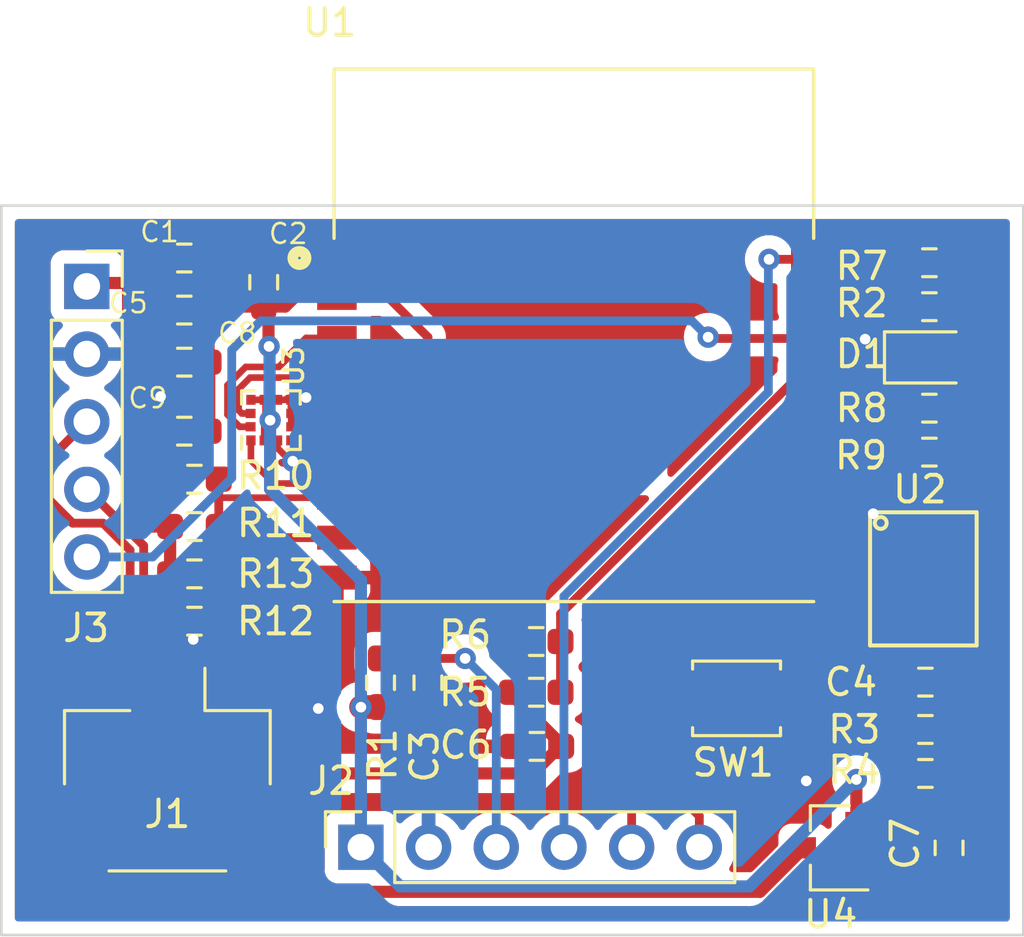
<source format=kicad_pcb>
(kicad_pcb (version 20210623) (generator pcbnew)
  (layers (0 "F.Cu" signal) (31 "B.Cu" signal) (34 "B.Paste" user) (35 "F.Paste" user) (36 "B.SilkS" user "B.Silkscreen") (37 "F.SilkS" user "F.Silkscreen") (38 "B.Mask" user) (39 "F.Mask" user) (44 "Edge.Cuts" user))
  (net 0 "")
  (net 1 "3.3V")
  (net 2 "GND")
  (net 3 "EN")
  (net 4 "Net-(D1-Pad2)")
  (net 5 "RXD")
  (net 6 "TXD")
  (net 7 "IO0")
  (net 8 "IO2")
  (net 9 "IO8")
  (net 10 "IO9")
  (net 11 "LED")
  (net 12 "SDA_AHT10")
  (net 13 "SCL_AHT10")
  (net 14 "ADC")
  (net 15 "INT")
  (net 16 "SDA")
  (net 17 "SCL")
  (net 18 "INT1")
  (net 19 "INT2")
  (net 21 "V_In")
  (footprint "Resistor_SMD:R_0603_1608Metric_Pad0.98x0.95mm_HandSolder" (layer "F.Cu") (at 75.692 90.424 180)
    (fp_text reference "R4" (at 2.667 0.127) (layer "F.SilkS"))
    (fp_text value "10k" hide)
    (fp_line (start -0.254724 0.5225) (end 0.254724 0.5225) (layer "F.SilkS") (width 0.12))
    (fp_line (start -0.254724 -0.5225) (end 0.254724 -0.5225) (layer "F.SilkS") (width 0.12))
    (pad "1" smd roundrect locked (at -0.9125 0 180) (size 0.975 0.95) (layers "F.Cu" "F.Paste" "F.Mask") (net 1 "3.3V"))
    (pad "2" smd roundrect locked (at 0.9125 0 180) (size 0.975 0.95) (layers "F.Cu" "F.Paste" "F.Mask") (net 13 "SCL_AHT10"))
  )
  (footprint "Package_TO_SOT_SMD:SOT-23" (layer "F.Cu") (at 72.136 93.218 180)
    (fp_text reference "U4" (at 0 -2.5 180) (layer "F.SilkS"))
    (fp_text value "HX6306")
    (fp_line (start 0.76 1.58) (end 0.76 0.65) (layer "F.SilkS") (width 0.12))
    (fp_line (start 0.76 -1.58) (end 0.76 -0.65) (layer "F.SilkS") (width 0.12))
    (fp_line (start 0.76 -1.58) (end -1.4 -1.58) (layer "F.SilkS") (width 0.12))
    (fp_line (start 0.76 1.58) (end -0.7 1.58) (layer "F.SilkS") (width 0.12))
    (pad "1" smd rect locked (at -1 -0.95 180) (size 0.9 0.8) (layers "F.Cu" "F.Paste" "F.Mask") (net 2 "GND"))
    (pad "2" smd rect locked (at -1 0.95 180) (size 0.9 0.8) (layers "F.Cu" "F.Paste" "F.Mask") (net 1 "3.3V"))
    (pad "3" smd rect locked (at 1 0 180) (size 0.9 0.8) (layers "F.Cu" "F.Paste" "F.Mask") (net 21 "V_In"))
  )
  (footprint "Resistor_SMD:R_0603_1608Metric_Pad0.98x0.95mm_HandSolder" (layer "F.Cu") (at 75.84249 72.898)
    (fp_text reference "R2" (at -2.54 -0.127) (layer "F.SilkS"))
    (fp_text value "10k" hide)
    (fp_line (start -0.254724 -0.5225) (end 0.254724 -0.5225) (layer "F.SilkS") (width 0.12))
    (fp_line (start -0.254724 0.5225) (end 0.254724 0.5225) (layer "F.SilkS") (width 0.12))
    (pad "1" smd roundrect locked (at -0.9125 0) (size 0.975 0.95) (layers "F.Cu" "F.Paste" "F.Mask") (net 11 "LED"))
    (pad "2" smd roundrect locked (at 0.9125 0) (size 0.975 0.95) (layers "F.Cu" "F.Paste" "F.Mask") (net 4 "Net-(D1-Pad2)"))
  )
  (footprint "Resistor_SMD:R_0603_1608Metric_Pad0.98x0.95mm_HandSolder" (layer "F.Cu") (at 48.26 84.709 180)
    (fp_text reference "R12" (at -3.048 0) (layer "F.SilkS"))
    (fp_text value "100k" hide)
    (fp_line (start -0.254724 0.5225) (end 0.254724 0.5225) (layer "F.SilkS") (width 0.12))
    (fp_line (start -0.254724 -0.5225) (end 0.254724 -0.5225) (layer "F.SilkS") (width 0.12))
    (pad "1" smd roundrect locked (at -0.9125 0 180) (size 0.975 0.95) (layers "F.Cu" "F.Paste" "F.Mask") (net 10 "IO9"))
    (pad "2" smd roundrect locked (at 0.9125 0 180) (size 0.975 0.95) (layers "F.Cu" "F.Paste" "F.Mask") (net 2 "GND"))
  )
  (footprint "Resistor_SMD:R_0603_1608Metric_Pad0.98x0.95mm_HandSolder" (layer "F.Cu") (at 47.879 73.025 180)
    (fp_text reference "C5" (at 2.099 0.262) (layer "F.SilkS") (effects (font (size 0.746 0.746) (thickness 0.0992))))
    (fp_text value "10uF" hide)
    (fp_line (start -0.254724 -0.5225) (end 0.254724 -0.5225) (layer "F.SilkS") (width 0.12))
    (fp_line (start -0.254724 0.5225) (end 0.254724 0.5225) (layer "F.SilkS") (width 0.12))
    (pad "1" smd roundrect locked (at -0.9125 0 180) (size 0.975 0.95) (layers "F.Cu" "F.Paste" "F.Mask") (net 1 "3.3V"))
    (pad "2" smd roundrect locked (at 0.9125 0 180) (size 0.975 0.95) (layers "F.Cu" "F.Paste" "F.Mask") (net 2 "GND"))
  )
  (footprint "Resistor_SMD:R_0603_1608Metric_Pad0.98x0.95mm_HandSolder" (layer "F.Cu") (at 55.245 87.0185 90)
    (fp_text reference "R1" (at -2.6943 0.0762 270) (layer "F.SilkS"))
    (fp_text value "12k" hide)
    (fp_line (start -0.254724 0.5225) (end 0.254724 0.5225) (layer "F.SilkS") (width 0.12))
    (fp_line (start -0.254724 -0.5225) (end 0.254724 -0.5225) (layer "F.SilkS") (width 0.12))
    (pad "1" smd roundrect locked (at -0.9125 0 90) (size 0.975 0.95) (layers "F.Cu" "F.Paste" "F.Mask") (net 1 "3.3V"))
    (pad "2" smd roundrect locked (at 0.9125 0 90) (size 0.975 0.95) (layers "F.Cu" "F.Paste" "F.Mask") (net 3 "EN"))
  )
  (footprint "Resistor_SMD:R_0603_1608Metric_Pad0.98x0.95mm_HandSolder" (layer "F.Cu") (at 75.842495 76.708)
    (fp_text reference "R8" (at -2.54 0) (layer "F.SilkS"))
    (fp_text value "100k" hide)
    (fp_line (start -0.254724 -0.5225) (end 0.254724 -0.5225) (layer "F.SilkS") (width 0.12))
    (fp_line (start -0.254724 0.5225) (end 0.254724 0.5225) (layer "F.SilkS") (width 0.12))
    (pad "1" smd roundrect locked (at -0.9125 0) (size 0.975 0.95) (layers "F.Cu" "F.Paste" "F.Mask") (net 8 "IO2"))
    (pad "2" smd roundrect locked (at 0.9125 0) (size 0.975 0.95) (layers "F.Cu" "F.Paste" "F.Mask") (net 2 "GND"))
  )
  (footprint "Resistor_SMD:R_0603_1608Metric_Pad0.98x0.95mm_HandSolder" (layer "F.Cu") (at 50.86 71.98 90)
    (fp_text reference "C2" (at 1.82 0.92 180) (layer "F.SilkS") (effects (font (size 0.746 0.746) (thickness 0.0992))))
    (fp_text value "0.1uF" hide)
    (fp_line (start -0.254724 -0.5225) (end 0.254724 -0.5225) (layer "F.SilkS") (width 0.12))
    (fp_line (start -0.254724 0.5225) (end 0.254724 0.5225) (layer "F.SilkS") (width 0.12))
    (pad "1" smd roundrect locked (at -0.9125 0 90) (size 0.975 0.95) (layers "F.Cu" "F.Paste" "F.Mask") (net 1 "3.3V"))
    (pad "2" smd roundrect locked (at 0.9125 0 90) (size 0.975 0.95) (layers "F.Cu" "F.Paste" "F.Mask") (net 2 "GND"))
  )
  (footprint "Resistor_SMD:R_0603_1608Metric_Pad0.98x0.95mm_HandSolder" (layer "F.Cu") (at 75.84249 71.247)
    (fp_text reference "R7" (at -2.54 0.127) (layer "F.SilkS"))
    (fp_text value "5.1k" hide)
    (fp_line (start -0.254724 -0.5225) (end 0.254724 -0.5225) (layer "F.SilkS") (width 0.12))
    (fp_line (start -0.254724 0.5225) (end 0.254724 0.5225) (layer "F.SilkS") (width 0.12))
    (pad "1" smd roundrect locked (at -0.9125 0) (size 0.975 0.95) (layers "F.Cu" "F.Paste" "F.Mask") (net 7 "IO0"))
    (pad "2" smd roundrect locked (at 0.9125 0) (size 0.975 0.95) (layers "F.Cu" "F.Paste" "F.Mask") (net 1 "3.3V"))
  )
  (footprint "LED_SMD:LED_0805_2012Metric" (layer "F.Cu") (at 75.84249 74.803)
    (fp_text reference "D1" (at -2.54 -0.127) (layer "F.SilkS"))
    (fp_text value "LED_RED" hide)
    (fp_line (start -1.685 -0.96) (end -1.685 0.96) (layer "F.SilkS") (width 0.12))
    (fp_line (start 1 -0.96) (end -1.685 -0.96) (layer "F.SilkS") (width 0.12))
    (fp_line (start -1.685 0.96) (end 1 0.96) (layer "F.SilkS") (width 0.12))
    (pad "1" smd roundrect locked (at -0.9375 0) (size 0.975 1.4) (layers "F.Cu" "F.Paste" "F.Mask") (net 2 "GND"))
    (pad "2" smd roundrect locked (at 0.9375 0) (size 0.975 1.4) (layers "F.Cu" "F.Paste" "F.Mask") (net 4 "Net-(D1-Pad2)"))
  )
  (footprint "Resistor_SMD:R_0603_1608Metric_Pad0.98x0.95mm_HandSolder" (layer "F.Cu") (at 75.692 86.995)
    (fp_text reference "C4" (at -2.794 0) (layer "F.SilkS"))
    (fp_text value "100nF" hide)
    (fp_line (start -0.254724 0.5225) (end 0.254724 0.5225) (layer "F.SilkS") (width 0.12))
    (fp_line (start -0.254724 -0.5225) (end 0.254724 -0.5225) (layer "F.SilkS") (width 0.12))
    (pad "1" smd roundrect locked (at -0.9125 0) (size 0.975 0.95) (layers "F.Cu" "F.Paste" "F.Mask") (net 1 "3.3V"))
    (pad "2" smd roundrect locked (at 0.9125 0) (size 0.975 0.95) (layers "F.Cu" "F.Paste" "F.Mask") (net 2 "GND"))
  )
  (footprint "Resistor_SMD:R_0603_1608Metric_Pad0.98x0.95mm_HandSolder" (layer "F.Cu") (at 47.879 71.069987 180)
    (fp_text reference "C1" (at 0.929 0.979987) (layer "F.SilkS") (effects (font (size 0.746 0.746) (thickness 0.0992))))
    (fp_text value "10uF" hide)
    (fp_line (start -0.254724 -0.5225) (end 0.254724 -0.5225) (layer "F.SilkS") (width 0.12))
    (fp_line (start -0.254724 0.5225) (end 0.254724 0.5225) (layer "F.SilkS") (width 0.12))
    (pad "1" smd roundrect locked (at -0.9125 0 180) (size 0.975 0.95) (layers "F.Cu" "F.Paste" "F.Mask") (net 1 "3.3V"))
    (pad "2" smd roundrect locked (at 0.9125 0 180) (size 0.975 0.95) (layers "F.Cu" "F.Paste" "F.Mask") (net 2 "GND"))
  )
  (footprint "Resistor_SMD:R_0603_1608Metric_Pad0.98x0.95mm_HandSolder" (layer "F.Cu") (at 48.26 81.153 180)
    (fp_text reference "R11" (at -3.048 0.127) (layer "F.SilkS"))
    (fp_text value "100k" hide)
    (fp_line (start -0.254724 -0.5225) (end 0.254724 -0.5225) (layer "F.SilkS") (width 0.12))
    (fp_line (start -0.254724 0.5225) (end 0.254724 0.5225) (layer "F.SilkS") (width 0.12))
    (pad "1" smd roundrect locked (at -0.9125 0 180) (size 0.975 0.95) (layers "F.Cu" "F.Paste" "F.Mask") (net 9 "IO8"))
    (pad "2" smd roundrect locked (at 0.9125 0 180) (size 0.975 0.95) (layers "F.Cu" "F.Paste" "F.Mask") (net 1 "3.3V"))
  )
  (footprint "Resistor_SMD:R_0603_1608Metric_Pad0.98x0.95mm_HandSolder" (layer "F.Cu") (at 75.692 88.773 180)
    (fp_text reference "R3" (at 2.667 0) (layer "F.SilkS"))
    (fp_text value "10k" hide)
    (fp_line (start -0.254724 0.5225) (end 0.254724 0.5225) (layer "F.SilkS") (width 0.12))
    (fp_line (start -0.254724 -0.5225) (end 0.254724 -0.5225) (layer "F.SilkS") (width 0.12))
    (pad "1" smd roundrect locked (at -0.9125 0 180) (size 0.975 0.95) (layers "F.Cu" "F.Paste" "F.Mask") (net 1 "3.3V"))
    (pad "2" smd roundrect locked (at 0.9125 0 180) (size 0.975 0.95) (layers "F.Cu" "F.Paste" "F.Mask") (net 12 "SDA_AHT10"))
  )
  (footprint "Resistor_SMD:R_0603_1608Metric_Pad0.98x0.95mm_HandSolder" (layer "F.Cu") (at 61.087 87.376)
    (fp_text reference "R5" (at -2.667 0) (layer "F.SilkS"))
    (fp_text value "100k" hide)
    (fp_line (start -0.254724 -0.5225) (end 0.254724 -0.5225) (layer "F.SilkS") (width 0.12))
    (fp_line (start -0.254724 0.5225) (end 0.254724 0.5225) (layer "F.SilkS") (width 0.12))
    (pad "1" smd roundrect locked (at -0.9125 0) (size 0.975 0.95) (layers "F.Cu" "F.Paste" "F.Mask") (net 21 "V_In"))
    (pad "2" smd roundrect locked (at 0.9125 0) (size 0.975 0.95) (layers "F.Cu" "F.Paste" "F.Mask") (net 14 "ADC"))
  )
  (footprint "Library:ESP32-C3-WROOM-02" (layer "F.Cu") (at 63.5 76.2)
    (fp_text reference "U1" (at -10.16 -13.97 unlocked) (layer "F.SilkS"))
    (fp_text value "ESP32-C3-WROOM-02" hide)
    (fp_line (start 8 -12.23) (end 8 -5.87) (layer "F.SilkS") (width 0.127))
    (fp_line (start -10 7.77) (end 8 7.77) (layer "F.SilkS") (width 0.127))
    (fp_line (start -10 -12.23) (end -10 -5.87) (layer "F.SilkS") (width 0.127))
    (fp_line (start -10 -12.23) (end 8 -12.23) (layer "F.SilkS") (width 0.127))
    (fp_circle (center -11.3 -5.13) (end -11.25 -5.13) (layer "F.SilkS") (width 0.4) (fill none))
    (pad "1" smd rect (at -9.8925 -5.13) (size 1.485 0.9) (layers "F.Cu" "F.Mask") (net 1 "3.3V"))
    (pad "2" smd rect (at -9.8925 -3.63) (size 1.485 0.9) (layers "F.Cu" "F.Mask") (net 3 "EN"))
    (pad "3" smd rect (at -9.8925 -2.13) (size 1.485 0.9) (layers "F.Cu" "F.Mask") (net 18 "INT1"))
    (pad "4" smd rect (at -9.8925 -0.63) (size 1.485 0.9) (layers "F.Cu" "F.Mask") (net 19 "INT2"))
    (pad "5" smd rect (at -9.8925 0.87) (size 1.485 0.9) (layers "F.Cu" "F.Mask") (net 16 "SDA"))
    (pad "6" smd rect (at -9.8925 2.37) (size 1.485 0.9) (layers "F.Cu" "F.Mask") (net 17 "SCL"))
    (pad "7" smd rect (at -9.8925 3.87) (size 1.485 0.9) (layers "F.Cu" "F.Mask") (net 9 "IO8"))
    (pad "8" smd rect (at -9.8925 5.37) (size 1.485 0.9) (layers "F.Cu" "F.Mask") (net 10 "IO9"))
    (pad "9" smd rect (at -9.8925 6.87) (size 1.485 0.9) (layers "F.Cu" "F.Mask") (net 2 "GND"))
    (pad "10" smd rect (at 7.8925 6.87) (size 1.485 0.9) (layers "F.Cu" "F.Mask") (net 15 "INT"))
    (pad "11" smd rect (at 7.8925 5.37) (size 1.485 0.9) (layers "F.Cu" "F.Mask") (net 5 "RXD"))
    (pad "12" smd rect (at 7.8925 3.87) (size 1.485 0.9) (layers "F.Cu" "F.Mask") (net 6 "TXD"))
    (pad "13" smd rect (at 7.8925 2.37) (size 1.485 0.9) (layers "F.Cu" "F.Mask") (net 13 "SCL_AHT10"))
    (pad "14" smd rect (at 7.8925 0.87) (size 1.485 0.9) (layers "F.Cu" "F.Mask") (net 12 "SDA_AHT10"))
    (pad "15" smd rect (at 7.8925 -0.63) (size 1.485 0.9) (layers "F.Cu" "F.Mask") (net 14 "ADC"))
    (pad "16" smd rect (at 7.8925 -2.13) (size 1.485 0.9) (layers "F.Cu" "F.Mask") (net 8 "IO2"))
    (pad "17" smd rect (at 7.8925 -3.63) (size 1.485 0.9) (layers "F.Cu" "F.Mask") (net 11 "LED"))
    (pad "18" smd rect (at 7.8925 -5.13) (size 1.485 0.9) (layers "F.Cu" "F.Mask") (net 7 "IO0"))
    (pad "19" smd rect (at 0 1.27) (size 4 4) (layers "F.Cu" "F.Mask") (net 2 "GND"))
  )
  (footprint "Package_LGA:LGA-12_2x2mm_P0.5mm" (layer "F.Cu") (at 51.129997 77.156996 90)
    (fp_text reference "U3" (at 2.03 0.85 90) (layer "F.SilkS") (effects (font (size 0.746 0.746) (thickness 0.1246))))
    (fp_text value "LIS2DH")
    (fp_line (start -1.1 1.1) (end -1.1 0.6) (layer "F.SilkS") (width 0.12))
    (fp_line (start 1.1 -0.6) (end 1.1 -0.6) (layer "F.SilkS") (width 0.12))
    (fp_line (start 1.1 1.1) (end 0.6 1.1) (layer "F.SilkS") (width 0.12))
    (fp_line (start -1.1 -1.1) (end -1.1 -1.1) (layer "F.SilkS") (width 0.12))
    (fp_line (start 1.1 0.6) (end 1.1 1.1) (layer "F.SilkS") (width 0.12))
    (fp_line (start 1.1 -1.1) (end 1.1 -0.6) (layer "F.SilkS") (width 0.12))
    (fp_line (start -0.6 -1.1) (end -1.1 -1.1) (layer "F.SilkS") (width 0.12))
    (fp_line (start 0.6 -1.1) (end 1.1 -1.1) (layer "F.SilkS") (width 0.12))
    (fp_line (start -1.1 0.6) (end -1.1 0.6) (layer "F.SilkS") (width 0.12))
    (fp_line (start 0.6 1.1) (end 0.6 1.1) (layer "F.SilkS") (width 0.12))
    (fp_line (start -0.6 1.1) (end -1.1 1.1) (layer "F.SilkS") (width 0.12))
    (pad "1" smd rect locked (at -0.7625 -0.75 90) (size 0.375 0.35) (layers "F.Cu" "F.Paste" "F.Mask") (net 17 "SCL"))
    (pad "2" smd rect locked (at -0.7625 -0.25 90) (size 0.375 0.35) (layers "F.Cu" "F.Paste" "F.Mask") (net 1 "3.3V"))
    (pad "3" smd rect locked (at -0.7625 0.25 90) (size 0.375 0.35) (layers "F.Cu" "F.Paste" "F.Mask") (net 2 "GND"))
    (pad "4" smd rect locked (at -0.7625 0.75 90) (size 0.375 0.35) (layers "F.Cu" "F.Paste" "F.Mask") (net 16 "SDA"))
    (pad "5" smd rect locked (at -0.25 0.7625 180) (size 0.375 0.35) (layers "F.Cu" "F.Paste" "F.Mask") (net 2 "GND"))
    (pad "6" smd rect locked (at 0.25 0.7625 180) (size 0.375 0.35) (layers "F.Cu" "F.Paste" "F.Mask") (net 2 "GND"))
    (pad "7" smd rect locked (at 0.7625 0.75 90) (size 0.375 0.35) (layers "F.Cu" "F.Paste" "F.Mask") (net 2 "GND"))
    (pad "8" smd rect locked (at 0.7625 0.25 90) (size 0.375 0.35) (layers "F.Cu" "F.Paste" "F.Mask") (net 2 "GND"))
    (pad "9" smd rect locked (at 0.7625 -0.25 90) (size 0.375 0.35) (layers "F.Cu" "F.Paste" "F.Mask") (net 1 "3.3V"))
    (pad "10" smd rect locked (at 0.7625 -0.75 90) (size 0.375 0.35) (layers "F.Cu" "F.Paste" "F.Mask") (net 1 "3.3V"))
    (pad "11" smd rect locked (at 0.25 -0.7625 180) (size 0.375 0.35) (layers "F.Cu" "F.Paste" "F.Mask") (net 19 "INT2"))
    (pad "12" smd rect locked (at -0.25 -0.7625 180) (size 0.375 0.35) (layers "F.Cu" "F.Paste" "F.Mask") (net 18 "INT1"))
  )
  (footprint "Resistor_SMD:R_0603_1608Metric_Pad0.98x0.95mm_HandSolder" (layer "F.Cu") (at 76.581 93.218 -90)
    (fp_text reference "C7" (at -0.1505 1.651 90) (layer "F.SilkS"))
    (fp_text value "1uF" hide)
    (fp_line (start -0.254724 -0.5225) (end 0.254724 -0.5225) (layer "F.SilkS") (width 0.12))
    (fp_line (start -0.254724 0.5225) (end 0.254724 0.5225) (layer "F.SilkS") (width 0.12))
    (pad "1" smd roundrect locked (at -0.9125 0 270) (size 0.975 0.95) (layers "F.Cu" "F.Paste" "F.Mask") (net 1 "3.3V"))
    (pad "2" smd roundrect locked (at 0.9125 0 270) (size 0.975 0.95) (layers "F.Cu" "F.Paste" "F.Mask") (net 2 "GND"))
  )
  (footprint "Resistor_SMD:R_0603_1608Metric_Pad0.98x0.95mm_HandSolder" (layer "F.Cu") (at 48.26 79.375 180)
    (fp_text reference "R10" (at -3.048 0.127) (layer "F.SilkS"))
    (fp_text value "100k" hide)
    (fp_line (start -0.254724 -0.5225) (end 0.254724 -0.5225) (layer "F.SilkS") (width 0.12))
    (fp_line (start -0.254724 0.5225) (end 0.254724 0.5225) (layer "F.SilkS") (width 0.12))
    (pad "1" smd roundrect locked (at -0.9125 0 180) (size 0.975 0.95) (layers "F.Cu" "F.Paste" "F.Mask") (net 9 "IO8"))
    (pad "2" smd roundrect locked (at 0.9125 0 180) (size 0.975 0.95) (layers "F.Cu" "F.Paste" "F.Mask") (net 2 "GND"))
  )
  (footprint "Resistor_SMD:R_0603_1608Metric_Pad0.98x0.95mm_HandSolder" (layer "F.Cu") (at 47.879 74.9808 180)
    (fp_text reference "C8" (at -1.991 1.0948) (layer "F.SilkS") (effects (font (size 0.746 0.746) (thickness 0.0992))))
    (fp_text value "0.1uF" hide)
    (fp_line (start -0.254724 -0.5225) (end 0.254724 -0.5225) (layer "F.SilkS") (width 0.12))
    (fp_line (start -0.254724 0.5225) (end 0.254724 0.5225) (layer "F.SilkS") (width 0.12))
    (pad "1" smd roundrect locked (at -0.9125 0 180) (size 0.975 0.95) (layers "F.Cu" "F.Paste" "F.Mask") (net 1 "3.3V"))
    (pad "2" smd roundrect locked (at 0.9125 0 180) (size 0.975 0.95) (layers "F.Cu" "F.Paste" "F.Mask") (net 2 "GND"))
  )
  (footprint "Resistor_SMD:R_0603_1608Metric_Pad0.98x0.95mm_HandSolder" (layer "F.Cu") (at 75.842495 78.359)
    (fp_text reference "R9" (at -2.5635 0.127) (layer "F.SilkS"))
    (fp_text value "100k" hide)
    (fp_line (start -0.254724 -0.5225) (end 0.254724 -0.5225) (layer "F.SilkS") (width 0.12))
    (fp_line (start -0.254724 0.5225) (end 0.254724 0.5225) (layer "F.SilkS") (width 0.12))
    (pad "1" smd roundrect locked (at -0.9125 0) (size 0.975 0.95) (layers "F.Cu" "F.Paste" "F.Mask") (net 8 "IO2"))
    (pad "2" smd roundrect locked (at 0.9125 0) (size 0.975 0.95) (layers "F.Cu" "F.Paste" "F.Mask") (net 1 "3.3V"))
  )
  (footprint "Resistor_SMD:R_0603_1608Metric_Pad0.98x0.95mm_HandSolder" (layer "F.Cu") (at 61.1105 89.408 180)
    (fp_text reference "C6" (at 2.6651 0.0508) (layer "F.SilkS"))
    (fp_text value "1uF" hide)
    (fp_line (start -0.254724 -0.5225) (end 0.254724 -0.5225) (layer "F.SilkS") (width 0.12))
    (fp_line (start -0.254724 0.5225) (end 0.254724 0.5225) (layer "F.SilkS") (width 0.12))
    (pad "1" smd roundrect locked (at -0.9125 0 180) (size 0.975 0.95) (layers "F.Cu" "F.Paste" "F.Mask") (net 21 "V_In"))
    (pad "2" smd roundrect locked (at 0.9125 0 180) (size 0.975 0.95) (layers "F.Cu" "F.Paste" "F.Mask") (net 2 "GND"))
  )
  (footprint "Connector_PinSocket_2.54mm:PinSocket_1x05_P2.54mm_Vertical" (layer "F.Cu") (at 44.221 72.136)
    (fp_text reference "J3" (at -0.025 12.827) (layer "F.SilkS"))
    (fp_text value "Conn_01x05" hide)
    (fp_line (start -1.33 1.27) (end 1.33 1.27) (layer "F.SilkS") (width 0.12))
    (fp_line (start 1.33 -1.33) (end 1.33 0) (layer "F.SilkS") (width 0.12))
    (fp_line (start 1.33 1.27) (end 1.33 11.49) (layer "F.SilkS") (width 0.12))
    (fp_line (start -1.33 1.27) (end -1.33 11.49) (layer "F.SilkS") (width 0.12))
    (fp_line (start 0 -1.33) (end 1.33 -1.33) (layer "F.SilkS") (width 0.12))
    (fp_line (start -1.33 11.49) (end 1.33 11.49) (layer "F.SilkS") (width 0.12))
    (pad "1" thru_hole rect locked (at 0 0) (size 1.7 1.7) (drill 1) (layers *.Cu *.Mask) (net 1 "3.3V"))
    (pad "2" thru_hole oval locked (at 0 2.54) (size 1.7 1.7) (drill 1) (layers *.Cu *.Mask) (net 2 "GND"))
    (pad "3" thru_hole oval locked (at 0 5.08) (size 1.7 1.7) (drill 1) (layers *.Cu *.Mask) (net 10 "IO9"))
    (pad "4" thru_hole oval locked (at 0 7.62) (size 1.7 1.7) (drill 1) (layers *.Cu *.Mask) (net 9 "IO8"))
    (pad "5" thru_hole oval locked (at 0 10.16) (size 1.7 1.7) (drill 1) (layers *.Cu *.Mask) (net 8 "IO2"))
  )
  (footprint "Resistor_SMD:R_0603_1608Metric_Pad0.98x0.95mm_HandSolder" (layer "F.Cu") (at 57.023 87.0185 -90)
    (fp_text reference "C3" (at 2.7705 0.127 90) (layer "F.SilkS"))
    (fp_text value "10uF" hide)
    (fp_line (start -0.254724 0.5225) (end 0.254724 0.5225) (layer "F.SilkS") (width 0.12))
    (fp_line (start -0.254724 -0.5225) (end 0.254724 -0.5225) (layer "F.SilkS") (width 0.12))
    (pad "1" smd roundrect locked (at -0.9125 0 270) (size 0.975 0.95) (layers "F.Cu" "F.Paste" "F.Mask") (net 3 "EN"))
    (pad "2" smd roundrect locked (at 0.9125 0 270) (size 0.975 0.95) (layers "F.Cu" "F.Paste" "F.Mask") (net 2 "GND"))
  )
  (footprint "Resistor_SMD:R_0603_1608Metric_Pad0.98x0.95mm_HandSolder" (layer "F.Cu") (at 61.087 85.471 180)
    (fp_text reference "R6" (at 2.667 0.254) (layer "F.SilkS"))
    (fp_text value "200k" hide)
    (fp_line (start -0.254724 -0.5225) (end 0.254724 -0.5225) (layer "F.SilkS") (width 0.12))
    (fp_line (start -0.254724 0.5225) (end 0.254724 0.5225) (layer "F.SilkS") (width 0.12))
    (pad "1" smd roundrect locked (at -0.9125 0 180) (size 0.975 0.95) (layers "F.Cu" "F.Paste" "F.Mask") (net 14 "ADC"))
    (pad "2" smd roundrect locked (at 0.9125 0 180) (size 0.975 0.95) (layers "F.Cu" "F.Paste" "F.Mask") (net 2 "GND"))
  )
  (footprint "Connector_PinSocket_2.54mm:PinSocket_1x06_P2.54mm_Vertical" (layer "F.Cu") (at 54.508 93.193 90)
    (fp_text reference "J2" (at 2.4896 -1.1172 180) (layer "F.SilkS"))
    (fp_text value "Conn_01x06" hide)
    (fp_line (start 1.33 -1.33) (end 1.33 0) (layer "F.SilkS") (width 0.12))
    (fp_line (start 1.33 1.27) (end 1.33 14.03) (layer "F.SilkS") (width 0.12))
    (fp_line (start 0 -1.33) (end 1.33 -1.33) (layer "F.SilkS") (width 0.12))
    (fp_line (start -1.33 1.27) (end -1.33 14.03) (layer "F.SilkS") (width 0.12))
    (fp_line (start -1.33 14.03) (end 1.33 14.03) (layer "F.SilkS") (width 0.12))
    (fp_line (start -1.33 1.27) (end 1.33 1.27) (layer "F.SilkS") (width 0.12))
    (pad "1" thru_hole rect locked (at 0 0 90) (size 1.7 1.7) (drill 1) (layers *.Cu *.Mask) (net 1 "3.3V"))
    (pad "2" thru_hole oval locked (at 0 2.54 90) (size 1.7 1.7) (drill 1) (layers *.Cu *.Mask) (net 2 "GND"))
    (pad "3" thru_hole oval locked (at 0 5.08 90) (size 1.7 1.7) (drill 1) (layers *.Cu *.Mask) (net 3 "EN"))
    (pad "4" thru_hole oval locked (at 0 7.62 90) (size 1.7 1.7) (drill 1) (layers *.Cu *.Mask) (net 7 "IO0"))
    (pad "5" thru_hole oval locked (at 0 10.16 90) (size 1.7 1.7) (drill 1) (layers *.Cu *.Mask) (net 6 "TXD"))
    (pad "6" thru_hole oval locked (at 0 12.7 90) (size 1.7 1.7) (drill 1) (layers *.Cu *.Mask) (net 5 "RXD"))
  )
  (footprint "Resistor_SMD:R_0603_1608Metric_Pad0.98x0.95mm_HandSolder" (layer "F.Cu") (at 47.879 77.5716 180)
    (fp_text reference "C9" (at 1.372495 1.2416) (layer "F.SilkS") (effects (font (size 0.746 0.746) (thickness 0.0992))))
    (fp_text value "0.1uF" hide)
    (fp_line (start -0.254724 0.5225) (end 0.254724 0.5225) (layer "F.SilkS") (width 0.12))
    (fp_line (start -0.254724 -0.5225) (end 0.254724 -0.5225) (layer "F.SilkS") (width 0.12))
    (pad "1" smd roundrect locked (at -0.9125 0 180) (size 0.975 0.95) (layers "F.Cu" "F.Paste" "F.Mask") (net 1 "3.3V"))
    (pad "2" smd roundrect locked (at 0.9125 0 180) (size 0.975 0.95) (layers "F.Cu" "F.Paste" "F.Mask") (net 2 "GND"))
  )
  (footprint "Connector_JST:JST_ZE_BM02B-ZESS-TBT_1x02-1MP_P1.50mm_Vertical" (layer "F.Cu") (at 47.244 90.424 180)
    (fp_text reference "J1" (at 0 -1.524) (layer "F.SilkS"))
    (fp_text value "A1501WR-S-2P" hide)
    (fp_line (start -2.19 -3.66) (end 2.19 -3.66) (layer "F.SilkS") (width 0.12))
    (fp_line (start -3.86 2.36) (end -1.41 2.36) (layer "F.SilkS") (width 0.12))
    (fp_line (start -1.41 2.36) (end -1.41 3.95) (layer "F.SilkS") (width 0.12))
    (fp_line (start 3.86 2.36) (end 1.41 2.36) (layer "F.SilkS") (width 0.12))
    (fp_line (start -3.86 -0.39) (end -3.86 2.36) (layer "F.SilkS") (width 0.12))
    (fp_line (start 3.86 -0.39) (end 3.86 2.36) (layer "F.SilkS") (width 0.12))
    (pad "1" smd roundrect locked (at -0.75 2.75 180) (size 0.8 2.4) (layers "F.Cu" "F.Paste" "F.Mask") (net 21 "V_In"))
    (pad "2" smd roundrect locked (at 0.75 2.75 180) (size 0.8 2.4) (layers "F.Cu" "F.Paste" "F.Mask") (net 2 "GND"))
    (pad "MP" smd roundrect locked (at -3.35 -2.3 180) (size 1.8 3.3) (layers "F.Cu" "F.Paste" "F.Mask") (roundrect_rratio 0.138889))
    (pad "MP" smd roundrect locked (at 3.35 -2.3 180) (size 1.8 3.3) (layers "F.Cu" "F.Paste" "F.Mask") (roundrect_rratio 0.138889))
  )
  (footprint "Resistor_SMD:R_0603_1608Metric_Pad0.98x0.95mm_HandSolder" (layer "F.Cu") (at 48.26 82.931 180)
    (fp_text reference "R13" (at -3.048 0) (layer "F.SilkS"))
    (fp_text value "100k" hide)
    (fp_line (start -0.254724 0.5225) (end 0.254724 0.5225) (layer "F.SilkS") (width 0.12))
    (fp_line (start -0.254724 -0.5225) (end 0.254724 -0.5225) (layer "F.SilkS") (width 0.12))
    (pad "1" smd roundrect locked (at -0.9125 0 180) (size 0.975 0.95) (layers "F.Cu" "F.Paste" "F.Mask") (net 10 "IO9"))
    (pad "2" smd roundrect locked (at 0.9125 0 180) (size 0.975 0.95) (layers "F.Cu" "F.Paste" "F.Mask") (net 1 "3.3V"))
  )
  (footprint "Library:AHT10" (layer "F.Cu") (at 75.946 83.058)
    (fp_text reference "U2" (at -0.46101 -3.302 unlocked) (layer "F.SilkS"))
    (fp_text value "AHT10" hide)
    (fp_line (start -2.33 2.56) (end -2.33 -2.44) (layer "F.SilkS") (width 0.15))
    (fp_line (start -2.33 -2.44) (end 1.67 -2.44) (layer "F.SilkS") (width 0.15))
    (fp_line (start 1.67 -2.44) (end 1.67 2.56) (layer "F.SilkS") (width 0.15))
    (fp_line (start 1.67 2.56) (end -2.33 2.56) (layer "F.SilkS") (width 0.15))
    (fp_circle (center -1.93 -2.04) (end -1.73 -1.94) (layer "F.SilkS") (width 0.15) (fill none))
    (pad "1" smd oval (at -1.93 -1.21) (size 1.5 0.65) (layers "F.Cu" "F.Paste" "F.Mask") (net 2 "GND"))
    (pad "2" smd rect (at -1.93 0.06) (size 1.5 0.65) (layers "F.Cu" "F.Paste" "F.Mask") (net 12 "SDA_AHT10"))
    (pad "3" smd rect (at -1.93 1.33) (size 1.5 0.65) (layers "F.Cu" "F.Paste" "F.Mask") (net 13 "SCL_AHT10"))
    (pad "4" smd rect (at 1.27 1.33) (size 1.5 0.65) (layers "F.Cu" "F.Paste" "F.Mask") (net 1 "3.3V"))
    (pad "5" smd rect (at 1.27 0.06) (size 1.5 0.65) (layers "F.Cu" "F.Paste" "F.Mask") (net 2 "GND"))
    (pad "6" smd rect (at 1.27 -1.21) (size 1.5 0.65) (layers "F.Cu" "F.Paste" "F.Mask"))
  )
  (footprint "Library:SW-SMD_2PIN-L4.05-W3.00-L" (layer "F.Cu") (at 68.6054 87.6046)
    (fp_text reference "SW1" (at -0.127 2.413) (layer "F.SilkS"))
    (fp_text value "wake up" hide)
    (fp_line (start 1.65 1.4) (end 1.65 1.1) (layer "F.SilkS") (width 0.12))
    (fp_line (start -1.65 -1.1) (end -1.65 -1.4) (layer "F.SilkS") (width 0.12))
    (fp_line (start -1.65 1.4) (end 1.65 1.4) (layer "F.SilkS") (width 0.12))
    (fp_line (start -1.65 1.1) (end -1.65 1.4) (layer "F.SilkS") (width 0.12))
    (fp_line (start -1.65 -1.4) (end 1.65 -1.4) (layer "F.SilkS") (width 0.12))
    (fp_line (start 1.65 -1.4) (end 1.65 -1.1) (layer "F.SilkS") (width 0.12))
    (pad "1" smd rect (at -2.2 0) (size 2.2 1.7) (layers "F.Cu" "F.Paste" "F.Mask") (net 2 "GND"))
    (pad "2" smd rect (at 2.2 0) (size 2.2 1.7) (layers "F.Cu" "F.Paste" "F.Mask" "Dwgs.User") (net 15 "INT"))
  )
  (gr_rect (start 41.013 69.1012) (end 79.367 96.49) (layer "Edge.Cuts") (width 0.1) (fill none))
  (segment (start 76.604495 88.773) (end 76.604495 90.424) (width 0.4572) (layer "F.Cu") (net 1))
  (segment (start 74.779505 86.82449) (end 74.77951 86.82449) (width 0.4572) (layer "F.Cu") (net 1))
  (segment (start 75.946 85.8285) (end 74.7795 86.995) (width 0.4572) (layer "F.Cu") (net 1))
  (segment (start 76.6045 92.282) (end 76.581 92.3055) (width 0.25) (layer "F.Cu") (net 1))
  (segment (start 76.557505 88.773) (end 74.779505 86.995) (width 0.4572) (layer "F.Cu") (net 1))
  (segment (start 53.32001 71.069987) (end 53.050013 71.069987) (width 0.4572) (layer "F.Cu") (net 1))
  (segment (start 50.879997 77.381289) (end 50.879997 77.919496) (width 0.25) (layer "F.Cu") (net 1))
  (segment (start 55.245 87.93099) (end 54.51221 87.93099) (width 0.889) (layer "F.Cu") (net 1))
  (segment (start 77.216 84.388) (end 76.006 84.388) (width 0.4572) (layer "F.Cu") (net 1))
  (segment (start 51.04 74.37) (end 51.04 73.0725) (width 0.4572) (layer "F.Cu") (net 1))
  (segment (start 76.6045 88.773) (end 76.5575 88.773) (width 0.25) (layer "F.Cu") (net 1))
  (segment (start 47.347505 82.931) (end 47.347505 81.153) (width 0.4572) (layer "F.Cu") (net 1))
  (segment (start 77.64399 72.136) (end 77.64399 74.08718) (width 0.4572) (layer "F.Cu") (net 1))
  (segment (start 52.07 72.49) (end 52.07 71.419999) (width 0.4572) (layer "F.Cu") (net 1))
  (segment (start 51.667512 72.892488) (end 52.07 72.49) (width 0.4572) (layer "F.Cu") (net 1))
  (segment (start 77.645868 77.468127) (end 76.754995 78.359) (width 0.4572) (layer "F.Cu") (net 1))
  (segment (start 74.7795 86.995) (end 74.7795 86.8245) (width 0.25) (layer "F.Cu") (net 1))
  (segment (start 73.135998 92.267989) (end 76.54351 92.267989) (width 0.4572) (layer "F.Cu") (net 1))
  (segment (start 73.1012 90.6526) (end 73.1012 92.2332) (width 0.4572) (layer "F.Cu") (net 1))
  (segment (start 75.946 79.16799) (end 75.946 84.328) (width 0.4572) (layer "F.Cu") (net 1))
  (segment (start 48.688 72.009) (end 44.347994 72.009) (width 0.4572) (layer "F.Cu") (net 1))
  (segment (start 45.7708 72.0344) (end 45.7454 72.009) (width 0.4572) (layer "F.Cu") (net 1))
  (segment (start 51.100131 77.161155) (end 50.93027 76.991294) (width 0.25) (layer "F.Cu") (net 1))
  (segment (start 75.946 84.328) (end 75.946 85.8285) (width 0.4572) (layer "F.Cu") (net 1))
  (segment (start 54.5122 87.931) (end 54.507994 87.935206) (width 0.25) (layer "F.Cu") (net 1))
  (segment (start 50.93027 77.331016) (end 50.93027 77.73) (width 0.25) (layer "F.Cu") (net 1))
  (segment (start 45.7708 80.3148) (end 45.7708 72.0344) (width 0.4572) (layer "F.Cu") (net 1))
  (segment (start 50.86 72.8925) (end 50.859995 72.892495) (width 0.4572) (layer "F.Cu") (net 1))
  (segment (start 50.86 72.8925) (end 49.177995 72.8925) (width 0.4572) (layer "F.Cu") (net 1))
  (segment (start 46.609 81.153) (end 45.7708 80.3148) (width 0.4572) (layer "F.Cu") (net 1))
  (segment (start 52.420012 71.069987) (end 53.607487 71.069987) (width 0.4572) (layer "F.Cu") (net 1))
  (segment (start 50.379997 76.394496) (end 50.879997 76.394496) (width 0.25) (layer "F.Cu") (net 1))
  (segment (start 76.5435 92.268) (end 76.581 92.3055) (width 0.25) (layer "F.Cu") (net 1))
  (segment (start 51.100131 77.161155) (end 50.879997 77.381289) (width 0.25) (layer "F.Cu") (net 1))
  (segment (start 48.791495 73.152) (end 48.791495 75.2348) (width 0.4572) (layer "F.Cu") (net 1))
  (segment (start 77.216 84.388) (end 77.216 84.387995) (width 0.4572) (layer "F.Cu") (net 1))
  (segment (start 48.814995 75.258295) (end 48.7915 75.2348) (width 0.25) (layer "F.Cu") (net 1))
  (segment (start 50.93027 77.73) (end 50.93027 77.76) (width 0.25) (layer "F.Cu") (net 1))
  (segment (start 51.06 74.39) (end 51.04 74.37) (width 0.4572) (layer "F.Cu") (net 1))
  (segment (start 50.859995 72.892495) (end 50.859995 72.892488) (width 0.4572) (layer "F.Cu") (net 1))
  (segment (start 74.7795 86.995) (end 74.7795 86.9677) (width 0.25) (layer "F.Cu") (net 1))
  (segment (start 52.07 71.419999) (end 52.420012 71.069987) (width 0.4572) (layer "F.Cu") (net 1))
  (segment (start 76.75499 78.359) (end 75.946 79.16799) (width 0.4572) (layer "F.Cu") (net 1))
  (segment (start 49.177995 72.8925) (end 49.172495 72.898) (width 0.4572) (layer "F.Cu") (net 1))
  (segment (start 48.81499 77.3176) (end 48.81499 75.258295) (width 0.4572) (layer "F.Cu") (net 1))
  (segment (start 48.7915 71.069987) (end 48.7915 71.9055) (width 0.4572) (layer "F.Cu") (net 1))
  (segment (start 77.64399 74.08718) (end 77.645868 74.089058) (width 0.4572) (layer "F.Cu") (net 1))
  (segment (start 48.7915 71.9055) (end 48.688 72.009) (width 0.4572) (layer "F.Cu") (net 1))
  (segment (start 50.859995 72.892488) (end 51.667512 72.892488) (width 0.4572) (layer "F.Cu") (net 1))
  (segment (start 47.347505 81.153) (end 46.609 81.153) (width 0.4572) (layer "F.Cu") (net 1))
  (segment (start 44.347994 72.009) (end 44.220994 72.136) (width 0.4572) (layer "F.Cu") (net 1))
  (segment (start 76.604495 90.424) (end 76.604495 92.28201) (width 0.4572) (layer "F.Cu") (net 1))
  (segment (start 48.791495 73.152) (end 48.791495 71.905495) (width 0.4572) (layer "F.Cu") (net 1))
  (segment (start 51.100131 77.161155) (end 50.93027 77.331016) (width 0.25) (layer "F.Cu") (net 1))
  (segment (start 77.645868 74.089058) (end 77.645868 77.468127) (width 0.4572) (layer "F.Cu") (net 1))
  (segment (start 76.006 84.388) (end 75.946 84.328) (width 0.4572) (layer "F.Cu") (net 1))
  (segment (start 50.93027 76.991294) (end 50.93027 76.65) (width 0.25) (layer "F.Cu") (net 1))
  (segment (start 76.75499 71.247) (end 77.64399 72.136) (width 0.4572) (layer "F.Cu") (net 1))
  (segment (start 73.1012 92.2332) (end 73.136 92.268) (width 0.4572) (layer "F.Cu") (net 1))
  (segment (start 51.04 73.0725) (end 50.86 72.8925) (width 0.4572) (layer "F.Cu") (net 1))
  (segment (start 50.93027 76.65) (end 50.93027 76.61) (width 0.25) (layer "F.Cu") (net 1))
  (via (at 51.06 74.39) (size 0.8) (drill 0.4) (layers "F.Cu" "B.Cu") (net 1))
  (via (at 73.1012 90.6526) (size 0.8) (drill 0.4) (layers "F.Cu" "B.Cu") (net 1))
  (via (at 51.100131 77.161155) (size 0.8) (drill 0.4) (layers "F.Cu" "B.Cu") (net 1))
  (via (at 54.507994 87.935206) (size 0.8) (drill 0.4) (layers "F.Cu" "B.Cu") (net 1))
  (segment (start 73.1012 90.6526) (end 69.088 94.6658) (width 0.4572) (layer "B.Cu") (net 1))
  (segment (start 51.08 77.141024) (end 51.100131 77.161155) (width 0.4572) (layer "B.Cu") (net 1))
  (segment (start 55.9808 94.6658) (end 54.508 93.193) (width 0.4572) (layer "B.Cu") (net 1))
  (segment (start 54.507994 85.090406) (end 54.507994 87.935206) (width 0.4572) (layer "B.Cu") (net 1))
  (segment (start 54.507994 83.160006) (end 54.507994 85.090406) (width 0.4572) (layer "B.Cu") (net 1))
  (segment (start 51.06 74.39) (end 51.08 74.41) (width 0.4572) (layer "B.Cu") (net 1))
  (segment (start 51.100126 77.161161) (end 51.100126 79.752139) (width 0.4572) (layer "B.Cu") (net 1))
  (segment (start 51.08 74.41) (end 51.08 77.141024) (width 0.4572) (layer "B.Cu") (net 1))
  (segment (start 54.507994 87.935206) (end 54.507994 93.193006) (width 0.4572) (layer "B.Cu") (net 1))
  (segment (start 69.088 94.6658) (end 55.9808 94.6658) (width 0.4572) (layer "B.Cu") (net 1))
  (segment (start 51.100126 79.752139) (end 54.507994 83.160006) (width 0.4572) (layer "B.Cu") (net 1))
  (segment (start 48.029673 85.391193) (end 47.347505 84.709) (width 0.4572) (layer "F.Cu") (net 2))
  (segment (start 52.365504 76.394496) (end 52.45 76.31) (width 0.25) (layer "F.Cu") (net 2))
  (segment (start 76.75499 76.653009) (end 74.904981 74.803) (width 0.4572) (layer "F.Cu") (net 2))
  (segment (start 51.879997 76.394496) (end 52.365504 76.394496) (width 0.25) (layer "F.Cu") (net 2))
  (segment (start 51.379997 76.394496) (end 51.879997 76.394496) (width 0.25) (layer "F.Cu") (net 2))
  (segment (start 47.347505 79.375) (end 46.949995 78.97749) (width 0.4572) (layer "F.Cu") (net 2))
  (segment (start 51.95 78.7) (end 51.87 78.7) (width 0.25) (layer "F.Cu") (net 2))
  (segment (start 51.879997 76.894496) (end 51.892497 76.906996) (width 0.25) (layer "F.Cu") (net 2))
  (segment (start 48.215383 85.391184) (end 48.029684 85.391184) (width 0.25) (layer "F.Cu") (net 2))
  (segment (start 76.754995 76.708) (end 76.754995 76.653005) (width 0.25) (layer "F.Cu") (net 2))
  (segment (start 46.95 78.9775) (end 46.9665 78.961) (width 0.25) (layer "F.Cu") (net 2))
  (segment (start 46.966505 78.961005) (end 46.966505 77.5716) (width 0.4572) (layer "F.Cu") (net 2))
  (segment (start 51.87 78.7) (end 51.379997 78.209997) (width 0.25) (layer "F.Cu") (net 2))
  (segment (start 51.892497 76.906996) (end 51.892497 77.406996) (width 0.25) (layer "F.Cu") (net 2))
  (segment (start 51.879997 76.394496) (end 51.879997 76.894496) (width 0.25) (layer "F.Cu") (net 2))
  (segment (start 51.379997 78.209997) (end 51.379997 77.919496) (width 0.25) (layer "F.Cu") (net 2))
  (via (at 51.95 78.7) (size 0.8) (drill 0.4) (layers "F.Cu" "B.Cu") (net 2))
  (via (at 52.45 76.31) (size 0.8) (drill 0.4) (layers "F.Cu" "B.Cu") (net 2))
  (via (at 52.9082 87.9856) (size 0.8) (drill 0.4) (layers "F.Cu" "B.Cu") (net 2))
  (via (at 71.2216 90.7034) (size 0.8) (drill 0.4) (layers "F.Cu" "B.Cu") (net 2))
  (via (at 73.7362 80.6704) (size 0.8) (drill 0.4) (layers "F.Cu" "B.Cu") (net 2))
  (via (at 73.4314 74.1172) (size 0.8) (drill 0.4) (layers "F.Cu" "B.Cu") (net 2))
  (via (at 48.215383 85.391184) (size 0.8) (drill 0.4) (layers "F.Cu" "B.Cu") (net 2))
  (via (at 46.99 76.27) (size 0.8) (drill 0.4) (layers "F.Cu" "B.Cu") (net 2))
  (segment (start 53.607487 72.57001) (end 55.55201 72.57001) (width 0.3302) (layer "F.Cu") (net 3))
  (segment (start 55.245 86.106) (end 57.023 86.106) (width 0.3302) (layer "F.Cu") (net 3))
  (segment (start 55.55201 72.57001) (end 57.023 74.041) (width 0.3302) (layer "F.Cu") (net 3))
  (segment (start 57.023 74.041) (end 57.023 86.106) (width 0.3302) (layer "F.Cu") (net 3))
  (segment (start 57.023 86.106) (end 58.42 86.106) (width 0.3302) (layer "F.Cu") (net 3))
  (via (at 58.42 86.106) (size 0.8) (drill 0.4) (layers "F.Cu" "B.Cu") (net 3))
  (segment (start 59.587994 87.273994) (end 58.42 86.106) (width 0.3302) (layer "B.Cu") (net 3))
  (segment (start 59.587994 93.193006) (end 59.587994 87.273994) (width 0.3302) (layer "B.Cu") (net 3))
  (segment (start 76.75499 74.778) (end 76.77999 74.803) (width 0.25) (layer "F.Cu") (net 4))
  (segment (start 76.75499 72.898) (end 76.75499 74.778006) (width 0.3302) (layer "F.Cu") (net 4))
  (segment (start 67.207994 92.023794) (end 64.77 89.5858) (width 0.3302) (layer "F.Cu") (net 5))
  (segment (start 64.77 89.5858) (end 64.77 84.709) (width 0.3302) (layer "F.Cu") (net 5))
  (segment (start 67.207994 93.193006) (end 67.207994 92.023794) (width 0.3302) (layer "F.Cu") (net 5))
  (segment (start 67.909008 81.569992) (end 71.392491 81.569992) (width 0.3302) (layer "F.Cu") (net 5))
  (segment (start 64.77 84.709) (end 67.909008 81.569992) (width 0.3302) (layer "F.Cu") (net 5))
  (segment (start 64.135 83.693) (end 67.758005 80.069995) (width 0.3302) (layer "F.Cu") (net 6))
  (segment (start 64.667994 90.575994) (end 64.135 90.043) (width 0.3302) (layer "F.Cu") (net 6))
  (segment (start 67.758005 80.069995) (end 71.392491 80.069995) (width 0.3302) (layer "F.Cu") (net 6))
  (segment (start 64.667994 93.193006) (end 64.667994 90.575994) (width 0.3302) (layer "F.Cu") (net 6))
  (segment (start 64.135 90.043) (end 64.135 83.693) (width 0.3302) (layer "F.Cu") (net 6))
  (segment (start 71.3425 71.12) (end 71.3925 71.07) (width 0.25) (layer "F.Cu") (net 7))
  (segment (start 69.8246 71.12) (end 71.342504 71.12) (width 0.3302) (layer "F.Cu") (net 7))
  (segment (start 71.185481 71.069987) (end 74.752987 71.069987) (width 0.3302) (layer "F.Cu") (net 7))
  (segment (start 74.75299 71.07) (end 74.92999 71.247) (width 0.25) (layer "F.Cu") (net 7))
  (segment (start 71.1 71.07) (end 71.3925 71.07) (width 0.25) (layer "F.Cu") (net 7))
  (via (at 69.8246 71.12) (size 0.8) (drill 0.4) (layers "F.Cu" "B.Cu") (net 7))
  (segment (start 62.127994 93.193006) (end 62.127994 83.769606) (width 0.3302) (layer "B.Cu") (net 7))
  (segment (start 69.7992 76.0984) (end 69.7992 71.1454) (width 0.3302) (layer "B.Cu") (net 7))
  (segment (start 62.127994 83.769606) (end 69.7992 76.0984) (width 0.3302) (layer "B.Cu") (net 7))
  (segment (start 69.7992 71.1454) (end 69.8246 71.12) (width 0.25) (layer "B.Cu") (net 7))
  (segment (start 67.5386 74.041) (end 67.5894 74.0918) (width 0.3302) (layer "F.Cu") (net 8))
  (segment (start 74.929995 76.708) (end 74.929995 78.359) (width 0.3302) (layer "F.Cu") (net 8))
  (segment (start 74.2696 76.708) (end 74.929995 76.708) (width 0.3302) (layer "F.Cu") (net 8))
  (segment (start 67.5894 74.0918) (end 71.370698 74.0918) (width 0.3302) (layer "F.Cu") (net 8))
  (segment (start 71.3707 74.0918) (end 71.3925 74.07) (width 0.25) (layer "F.Cu") (net 8))
  (segment (start 71.392491 74.070007) (end 71.631607 74.070007) (width 0.3302) (layer "F.Cu") (net 8))
  (segment (start 71.631607 74.070007) (end 74.2696 76.708) (width 0.3302) (layer "F.Cu") (net 8))
  (via (at 67.5386 74.041) (size 0.8) (drill 0.4) (layers "F.Cu" "B.Cu") (net 8))
  (segment (start 46.694 82.296) (end 44.220994 82.296) (width 0.3302) (layer "B.Cu") (net 8))
  (segment (start 50.7492 73.4314) (end 49.66 74.5206) (width 0.3302) (layer "B.Cu") (net 8))
  (segment (start 49.66 79.33) (end 46.694 82.296) (width 0.3302) (layer "B.Cu") (net 8))
  (segment (start 66.929 73.4314) (end 50.7492 73.4314) (width 0.3302) (layer "B.Cu") (net 8))
  (segment (start 67.5386 74.041) (end 66.929 73.4314) (width 0.3302) (layer "B.Cu") (net 8))
  (segment (start 49.66 74.5206) (end 49.66 79.33) (width 0.3302) (layer "B.Cu") (net 8))
  (segment (start 48.2092 83.4898) (end 48.2092 82.1163) (width 0.3302) (layer "F.Cu") (net 9))
  (segment (start 46.355 81.871268) (end 46.355 83.312) (width 0.3302) (layer "F.Cu") (net 9))
  (segment (start 53.6075 80.07) (end 49.22 80.07) (width 0.25) (layer "F.Cu") (net 9))
  (segment (start 44.221 79.756) (end 44.239732 79.756) (width 0.3302) (layer "F.Cu") (net 9))
  (segment (start 49.172495 79.375) (end 49.172495 80.022495) (width 0.3302) (layer "F.Cu") (net 9))
  (segment (start 49.172495 80.022495) (end 49.172495 80.287495) (width 0.3302) (layer "F.Cu") (net 9))
  (segment (start 46.863 83.82) (end 47.879 83.82) (width 0.3302) (layer "F.Cu") (net 9))
  (segment (start 46.355 83.312) (end 46.863 83.82) (width 0.3302) (layer "F.Cu") (net 9))
  (segment (start 44.239732 79.756) (end 46.355 81.871268) (width 0.3302) (layer "F.Cu") (net 9))
  (segment (start 47.879 83.82) (end 48.2092 83.4898) (width 0.3302) (layer "F.Cu") (net 9))
  (segment (start 48.2092 82.1163) (end 49.1725 81.153) (width 0.3302) (layer "F.Cu") (net 9))
  (segment (start 49.22 80.07) (end 49.172495 80.022495) (width 0.25) (layer "F.Cu") (net 9))
  (segment (start 49.172495 80.287495) (end 49.172495 81.153) (width 0.3302) (layer "F.Cu") (net 9))
  (segment (start 53.2935 79.756) (end 53.6075 80.07) (width 0.25) (layer "F.Cu") (net 9))
  (segment (start 42.799 78.637994) (end 42.799 80.137) (width 0.3302) (layer "F.Cu") (net 10))
  (segment (start 49.172495 82.931) (end 50.292 82.931) (width 0.3302) (layer "F.Cu") (net 10))
  (segment (start 48.641 86.106) (end 49.1725 85.5745) (width 0.3302) (layer "F.Cu") (net 10))
  (segment (start 45.847 85.4964) (end 46.4566 86.106) (width 0.3302) (layer "F.Cu") (net 10))
  (segment (start 50.292 82.931) (end 51.653008 81.569992) (width 0.3302) (layer "F.Cu") (net 10))
  (segment (start 49.172495 82.931) (end 49.172495 83.669505) (width 0.3302) (layer "F.Cu") (net 10))
  (segment (start 49.172495 83.669505) (end 49.172495 84.709) (width 0.3302) (layer "F.Cu") (net 10))
  (segment (start 43.688 81.026) (end 44.831 81.026) (width 0.3302) (layer "F.Cu") (net 10))
  (segment (start 44.220994 77.216) (end 42.799 78.637994) (width 0.3302) (layer "F.Cu") (net 10))
  (segment (start 45.847 82.042) (end 45.847 85.4964) (width 0.3302) (layer "F.Cu") (net 10))
  (segment (start 42.799 80.137) (end 43.688 81.026) (width 0.3302) (layer "F.Cu") (net 10))
  (segment (start 46.4566 86.106) (end 48.641 86.106) (width 0.3302) (layer "F.Cu") (net 10))
  (segment (start 51.653008 81.569992) (end 53.607487 81.569992) (width 0.3302) (layer "F.Cu") (net 10))
  (segment (start 44.831 81.026) (end 45.847 82.042) (width 0.3302) (layer "F.Cu") (net 10))
  (segment (start 49.1725 85.5745) (end 49.1725 84.709) (width 0.3302) (layer "F.Cu") (net 10))
  (segment (start 74.93 72.898) (end 71.513497 72.898) (width 0.3302) (layer "F.Cu") (net 11))
  (segment (start 71.7205 72.898) (end 71.3925 72.57) (width 0.25) (layer "F.Cu") (net 11))
  (segment (start 75.184 83.860996) (end 74.440999 83.117995) (width 0.3302) (layer "F.Cu") (net 12))
  (segment (start 71.685 77.07) (end 71.3925 77.07) (width 0.25) (layer "F.Cu") (net 12))
  (segment (start 75.080836 80.465839) (end 71.684998 77.070001) (width 0.3302) (layer "F.Cu") (net 12))
  (segment (start 73.914 86.4108) (end 75.184 85.1408) (width 0.3302) (layer "F.Cu") (net 12))
  (segment (start 74.7795 88.773) (end 74.7795 88.7495) (width 0.25) (layer "F.Cu") (net 12))
  (segment (start 74.779505 88.749505) (end 73.914 87.884) (width 0.3302) (layer "F.Cu") (net 12))
  (segment (start 74.016 83.118) (end 74.489 83.118) (width 0.25) (layer "F.Cu") (net 12))
  (segment (start 71.684998 77.070001) (end 71.477988 77.070001) (width 0.3302) (layer "F.Cu") (net 12))
  (segment (start 73.914 87.884) (end 73.914 86.4108) (width 0.3302) (layer "F.Cu") (net 12))
  (segment (start 74.489005 83.117995) (end 75.080836 82.526164) (width 0.3302) (layer "F.Cu") (net 12))
  (segment (start 74.441 83.118) (end 74.016 83.118) (width 0.25) (layer "F.Cu") (net 12))
  (segment (start 75.184 85.1408) (end 75.184 83.860996) (width 0.3302) (layer "F.Cu") (net 12))
  (segment (start 75.080836 82.526164) (end 75.080836 80.465839) (width 0.3302) (layer "F.Cu") (net 12))
  (segment (start 72.644 83.566) (end 72.644 79.375) (width 0.3302) (layer "F.Cu") (net 13))
  (segment (start 74.779505 90.424) (end 73.406 89.050495) (width 0.3302) (layer "F.Cu") (net 13))
  (segment (start 72.771 83.693) (end 72.644 83.566) (width 0.3302) (layer "F.Cu") (net 13))
  (segment (start 74.016006 85.241994) (end 74.016006 84.387995) (width 0.3302) (layer "F.Cu") (net 13))
  (segment (start 72.644 79.375) (end 71.965998 78.696998) (width 0.3302) (layer "F.Cu") (net 13))
  (segment (start 73.406 85.852) (end 74.016006 85.241994) (width 0.3302) (layer "F.Cu") (net 13))
  (segment (start 71.966 78.57) (end 71.3925 78.57) (width 0.25) (layer "F.Cu") (net 13))
  (segment (start 74.016 84.388) (end 73.466 84.388) (width 0.25) (layer "F.Cu") (net 13))
  (segment (start 71.965998 78.696998) (end 71.965998 78.569998) (width 0.3302) (layer "F.Cu") (net 13))
  (segment (start 73.406 89.050495) (end 73.406 85.852) (width 0.3302) (layer "F.Cu") (net 13))
  (segment (start 73.465995 84.387995) (end 72.771 83.693) (width 0.3302) (layer "F.Cu") (net 13))
  (segment (start 61.999495 84.431505) (end 70.860996 75.570004) (width 0.3302) (layer "F.Cu") (net 14))
  (segment (start 70.861 75.57) (end 71.3925 75.57) (width 0.25) (layer "F.Cu") (net 14))
  (segment (start 61.999495 85.471) (end 61.999495 84.431505) (width 0.3302) (layer "F.Cu") (net 14))
  (segment (start 61.999495 85.471) (end 61.999495 87.376) (width 0.3302) (layer "F.Cu") (net 14))
  (segment (start 71.392491 83.069989) (end 71.392491 84.182509) (width 0.3302) (layer "F.Cu") (net 15))
  (segment (start 70.8054 84.7696) (end 70.8054 87.6046) (width 0.3302) (layer "F.Cu") (net 15))
  (segment (start 71.392491 84.182509) (end 70.8054 84.7696) (width 0.3302) (layer "F.Cu") (net 15))
  (segment (start 52.419496 77.919496) (end 51.879997 77.919496) (width 0.25) (layer "F.Cu") (net 16))
  (segment (start 53.6075 77.07) (end 53.268992 77.07) (width 0.25) (layer "F.Cu") (net 16))
  (segment (start 53.2775 77.4) (end 53.6075 77.07) (width 0.25) (layer "F.Cu") (net 16))
  (segment (start 53.268992 77.07) (end 52.419496 77.919496) (width 0.25) (layer "F.Cu") (net 16))
  (segment (start 53.28 78.57) (end 53.6075 78.57) (width 0.25) (layer "F.Cu") (net 17))
  (segment (start 52.31 79.54) (end 53.28 78.57) (width 0.25) (layer "F.Cu") (net 17))
  (segment (start 51.25 79.54) (end 52.31 79.54) (width 0.25) (layer "F.Cu") (net 17))
  (segment (start 50.379997 77.919496) (end 50.379997 78.669997) (width 0.25) (layer "F.Cu") (net 17))
  (segment (start 50.379997 78.669997) (end 51.25 79.54) (width 0.25) (layer "F.Cu") (net 17))
  (segment (start 53.6075 78.57) (end 53.2875 78.89) (width 0.25) (layer "F.Cu") (net 17))
  (segment (start 49.5 75.844688) (end 49.5 76.95) (width 0.25) (layer "F.Cu") (net 18))
  (segment (start 50.184424 75.160264) (end 49.5 75.844688) (width 0.25) (layer "F.Cu") (net 18))
  (segment (start 51.79 74.73) (end 51.79 74.8) (width 0.25) (layer "F.Cu") (net 18))
  (segment (start 51.429736 75.160264) (end 50.184424 75.160264) (width 0.25) (layer "F.Cu") (net 18))
  (segment (start 49.5 76.95) (end 49.956996 77.406996) (width 0.25) (layer "F.Cu") (net 18))
  (segment (start 52.45 74.07) (end 51.79 74.73) (width 0.25) (layer "F.Cu") (net 18))
  (segment (start 51.79 74.8) (end 51.429736 75.160264) (width 0.25) (layer "F.Cu") (net 18))
  (segment (start 49.956996 77.406996) (end 50.367497 77.406996) (width 0.25) (layer "F.Cu") (net 18))
  (segment (start 53.6075 74.07) (end 52.45 74.07) (width 0.25) (layer "F.Cu") (net 18))
  (segment (start 50.036996 76.906996) (end 50.367497 76.906996) (width 0.25) (layer "F.Cu") (net 19))
  (segment (start 53.5975 75.56) (end 50.35 75.56) (width 0.25) (layer "F.Cu") (net 19))
  (segment (start 49.92 75.99) (end 49.92 76.79) (width 0.25) (layer "F.Cu") (net 19))
  (segment (start 53.6075 75.57) (end 53.5975 75.56) (width 0.25) (layer "F.Cu") (net 19))
  (segment (start 49.92 76.79) (end 50.036996 76.906996) (width 0.25) (layer "F.Cu") (net 19))
  (segment (start 50.35 75.56) (end 49.92 75.99) (width 0.25) (layer "F.Cu") (net 19))
  (segment (start 61.976 89.408) (end 60.96 90.424) (width 0.4572) (layer "F.Cu") (net 21))
  (segment (start 47.994011 93.587011) (end 49.276 94.869) (width 0.4572) (layer "F.Cu") (net 21))
  (segment (start 60.25449 87.55949) (end 62.02299 89.32799) (width 0.4572) (layer "F.Cu") (net 21))
  (segment (start 60.1745 87.376) (end 60.1745 87.5595) (width 0.25) (layer "F.Cu") (net 21))
  (segment (start 62.023 89.408) (end 61.976 89.408) (width 0.25) (layer "F.Cu") (net 21))
  (segment (start 69.485002 94.869) (end 71.136002 93.218) (width 0.4572) (layer "F.Cu") (net 21))
  (segment (start 60.96 90.424) (end 52.451 90.424) (width 0.4572) (layer "F.Cu") (net 21))
  (segment (start 49.276 94.869) (end 69.485002 94.869) (width 0.4572) (layer "F.Cu") (net 21))
  (segment (start 60.174505 87.55949) (end 60.25449 87.55949) (width 0.4572) (layer "F.Cu") (net 21))
  (segment (start 47.994011 87.673993) (end 47.994011 93.587011) (width 0.4572) (layer "F.Cu") (net 21))
  (segment (start 49.700993 87.673993) (end 47.994011 87.673993) (width 0.4572) (layer "F.Cu") (net 21))
  (segment (start 62.02299 89.32799) (end 62.02299 89.408) (width 0.4572) (layer "F.Cu") (net 21))
  (segment (start 52.451 90.424) (end 49.700993 87.673993) (width 0.4572) (layer "F.Cu") (net 21))
  (zone (net 2) (net_name "GND") (layer "F.Cu") (connect_pads (clearance 0.508)) (min_thickness 0.254) (fill yes (thermal_gap 0.508) (thermal_bridge_width 0.508))
    (polygon (pts (xy 79.32 68.98) (xy 79.31 96.21) (xy 40.97 96.21) (xy 40.97 68.96)))
  )
  (zone (net 2) (net_name "GND") (layer "B.Cu") (connect_pads (clearance 0.508)) (min_thickness 0.254) (fill yes (thermal_gap 0.508) (thermal_bridge_width 0.508))
    (polygon (pts (xy 79.32 68.98) (xy 79.33 96.22) (xy 40.98 96.23) (xy 40.98 68.97)))
  )
)
</source>
